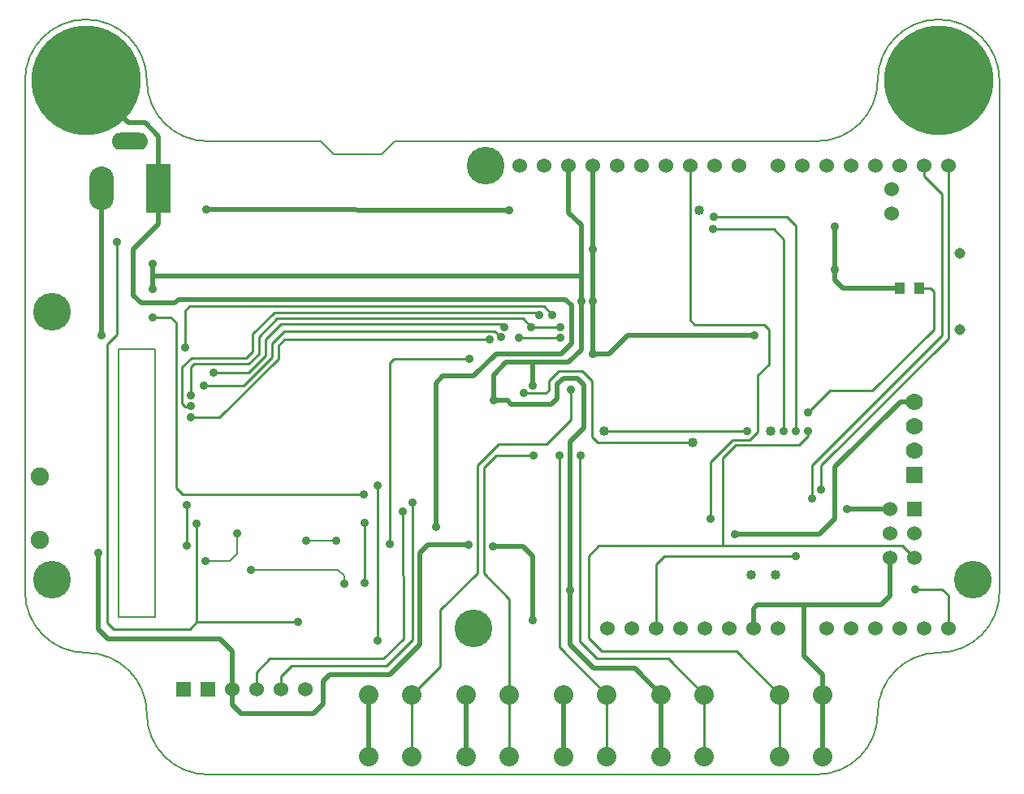
<source format=gtl>
G04 (created by PCBNEW (2013-03-15 BZR 4003)-stable) date 22-May-13 6:18:43 PM*
%MOIN*%
G04 Gerber Fmt 3.4, Leading zero omitted, Abs format*
%FSLAX34Y34*%
G01*
G70*
G90*
G04 APERTURE LIST*
%ADD10C,0.006*%
%ADD11C,0.005*%
%ADD12C,0.04*%
%ADD13R,0.06X0.06*%
%ADD14C,0.06*%
%ADD15C,0.45*%
%ADD16C,0.07*%
%ADD17R,0.07X0.07*%
%ADD18C,0.155*%
%ADD19C,0.08*%
%ADD20C,0.075*%
%ADD21O,0.1X0.18*%
%ADD22R,0.1X0.2*%
%ADD23O,0.15X0.07*%
%ADD24C,0.045*%
%ADD25R,0.04X0.05*%
%ADD26C,0.035*%
%ADD27C,0.01*%
%ADD28C,0.02*%
%ADD29C,0.008*%
G04 APERTURE END LIST*
G54D10*
G54D11*
X22125Y-19000D02*
X17500Y-19000D01*
X25175Y-19000D02*
X42500Y-19000D01*
X24625Y-19550D02*
X25175Y-19000D01*
X23625Y-19550D02*
X24625Y-19550D01*
X22675Y-19550D02*
X22125Y-19000D01*
X23675Y-19550D02*
X22675Y-19550D01*
X47500Y-40000D02*
G75*
G03X50000Y-37500I0J2500D01*
G74*
G01*
X42500Y-45000D02*
G75*
G03X45000Y-42500I0J2500D01*
G74*
G01*
X47500Y-40000D02*
G75*
G03X45000Y-42500I0J-2500D01*
G74*
G01*
X15000Y-42500D02*
G75*
G03X17500Y-45000I2500J0D01*
G74*
G01*
X10000Y-37500D02*
G75*
G03X12500Y-40000I2500J0D01*
G74*
G01*
X15000Y-42500D02*
G75*
G03X12500Y-40000I-2500J0D01*
G74*
G01*
X42500Y-19000D02*
G75*
G03X45000Y-16500I0J2500D01*
G74*
G01*
X50000Y-16500D02*
G75*
G03X47500Y-14000I-2500J0D01*
G74*
G01*
X47500Y-14000D02*
G75*
G03X45000Y-16500I0J-2500D01*
G74*
G01*
X15000Y-16500D02*
G75*
G03X17500Y-19000I2500J0D01*
G74*
G01*
X15000Y-16500D02*
G75*
G03X12500Y-14000I-2500J0D01*
G74*
G01*
X12500Y-14000D02*
G75*
G03X10000Y-16500I0J-2500D01*
G74*
G01*
X13850Y-38550D02*
X15350Y-38550D01*
X13850Y-27550D02*
X13850Y-38550D01*
X15350Y-27550D02*
X13850Y-27550D01*
X15350Y-38550D02*
X15350Y-27550D01*
X42500Y-45000D02*
X17500Y-45000D01*
X10000Y-37500D02*
X10000Y-16500D01*
X50000Y-16500D02*
X50000Y-37500D01*
G54D12*
X40610Y-30900D03*
X33775Y-30900D03*
G54D13*
X16500Y-41500D03*
X17500Y-41500D03*
G54D14*
X18500Y-41500D03*
X19500Y-41500D03*
X20500Y-41500D03*
X21500Y-41500D03*
G54D15*
X12500Y-16500D03*
G54D16*
X46500Y-29700D03*
X46500Y-30700D03*
X46500Y-31700D03*
G54D17*
X46500Y-32700D03*
G54D12*
X37400Y-31375D03*
X39800Y-36800D03*
X40800Y-36800D03*
G54D15*
X47500Y-16500D03*
G54D14*
X47900Y-39000D03*
X46900Y-39000D03*
X45900Y-39000D03*
X42900Y-39000D03*
X43900Y-39000D03*
X44900Y-39000D03*
X40900Y-39000D03*
X39900Y-39000D03*
X38900Y-39000D03*
X36900Y-39000D03*
X35900Y-39000D03*
X47900Y-20000D03*
X46900Y-20000D03*
X45900Y-20000D03*
X44900Y-20000D03*
X43900Y-20000D03*
X42900Y-20000D03*
X41900Y-20000D03*
X40900Y-20000D03*
X39300Y-20000D03*
X38300Y-20000D03*
X37300Y-20000D03*
X36300Y-20000D03*
X35300Y-20000D03*
X34300Y-20000D03*
X33300Y-20000D03*
X32300Y-20000D03*
X37900Y-39000D03*
G54D18*
X48900Y-37000D03*
X28900Y-20000D03*
X28400Y-39000D03*
G54D14*
X34900Y-39000D03*
X31300Y-20000D03*
X30300Y-20000D03*
X33900Y-39000D03*
G54D19*
X42735Y-44279D03*
X40964Y-41720D03*
X40964Y-44279D03*
X42735Y-41720D03*
X29885Y-44279D03*
X28114Y-41720D03*
X28114Y-44279D03*
X29885Y-41720D03*
X37885Y-44279D03*
X36114Y-41720D03*
X36114Y-44279D03*
X37885Y-41720D03*
X33885Y-44279D03*
X32114Y-41720D03*
X32114Y-44279D03*
X33885Y-41720D03*
G54D14*
X45500Y-36100D03*
X46500Y-36100D03*
X45500Y-35100D03*
X46500Y-35100D03*
X45500Y-34100D03*
G54D13*
X46500Y-34100D03*
G54D19*
X25885Y-44279D03*
X24114Y-41720D03*
X24114Y-44279D03*
X25885Y-41720D03*
G54D20*
X10600Y-35375D03*
X10600Y-32775D03*
G54D14*
X45575Y-20975D03*
X45575Y-21975D03*
G54D12*
X37675Y-21850D03*
G54D18*
X11100Y-26000D03*
X11100Y-37000D03*
G54D21*
X13125Y-20925D03*
G54D22*
X15487Y-20925D03*
G54D23*
X14306Y-18995D03*
G54D24*
X48363Y-23597D03*
X48363Y-26747D03*
G54D25*
X46700Y-25050D03*
X45900Y-25050D03*
G54D26*
X17740Y-28500D03*
X29675Y-26625D03*
X16800Y-30350D03*
X29075Y-27150D03*
X30825Y-29025D03*
X15250Y-25075D03*
X15250Y-24050D03*
X32375Y-37450D03*
X32825Y-25575D03*
X29225Y-29650D03*
X43750Y-34100D03*
X39650Y-30900D03*
X29875Y-21825D03*
X17425Y-21800D03*
X24475Y-33150D03*
X24475Y-39500D03*
X17350Y-29025D03*
X29525Y-27050D03*
X23925Y-34675D03*
X23925Y-37150D03*
X31925Y-31900D03*
X32400Y-29200D03*
X23900Y-33500D03*
X15225Y-26225D03*
X24975Y-35525D03*
X28225Y-27950D03*
X41650Y-36050D03*
X42150Y-30900D03*
X42310Y-33660D03*
X25520Y-34200D03*
X46525Y-37400D03*
X41650Y-30900D03*
X38275Y-22100D03*
X41150Y-30900D03*
X38250Y-22600D03*
X31975Y-27075D03*
X30275Y-27075D03*
X32800Y-31900D03*
X16560Y-27460D03*
X31650Y-26125D03*
X31100Y-26120D03*
X16800Y-29875D03*
X16800Y-29425D03*
X30780Y-26620D03*
X31975Y-26625D03*
X38150Y-34500D03*
X30475Y-29350D03*
X42690Y-33310D03*
X25900Y-33850D03*
X30875Y-31900D03*
X13000Y-35900D03*
X39150Y-35150D03*
X28200Y-35575D03*
X17050Y-34700D03*
X13775Y-23150D03*
X21200Y-38750D03*
X18700Y-35100D03*
X17400Y-36250D03*
X22775Y-35400D03*
X21550Y-35400D03*
X19275Y-36600D03*
X23100Y-37175D03*
X26875Y-34850D03*
X30825Y-38675D03*
X29200Y-35625D03*
X39925Y-26975D03*
X43225Y-24275D03*
X43225Y-22500D03*
X33300Y-23425D03*
X13125Y-26975D03*
X33300Y-25575D03*
X33300Y-27750D03*
X16625Y-35600D03*
X16625Y-33925D03*
X42150Y-30150D03*
G54D27*
X20512Y-26512D02*
X29562Y-26512D01*
X29562Y-26512D02*
X29675Y-26625D01*
X20512Y-26512D02*
X19875Y-27150D01*
X17740Y-28500D02*
X19175Y-28500D01*
X19175Y-28500D02*
X19875Y-27800D01*
X19875Y-27800D02*
X19875Y-27150D01*
X29075Y-27150D02*
X20650Y-27150D01*
X20650Y-27150D02*
X20400Y-27400D01*
X20400Y-27925D02*
X20400Y-27400D01*
X16800Y-30350D02*
X17975Y-30350D01*
X17975Y-30350D02*
X20400Y-27925D01*
G54D28*
X30825Y-28075D02*
X30825Y-29025D01*
X31370Y-28075D02*
X30825Y-28075D01*
X30825Y-28075D02*
X29735Y-28075D01*
X29225Y-28585D02*
X29225Y-29650D01*
X29735Y-28075D02*
X29225Y-28585D01*
X32825Y-24550D02*
X15250Y-24550D01*
X32825Y-25575D02*
X32825Y-24550D01*
X32825Y-24550D02*
X32825Y-22450D01*
X32300Y-21925D02*
X32300Y-20000D01*
X32825Y-22450D02*
X32300Y-21925D01*
X15250Y-25075D02*
X15250Y-24550D01*
X15250Y-24550D02*
X15250Y-24050D01*
X32675Y-28725D02*
X32095Y-28725D01*
X32940Y-30760D02*
X32375Y-31325D01*
X32375Y-31325D02*
X32375Y-37450D01*
X32940Y-28990D02*
X32675Y-28725D01*
X32940Y-30760D02*
X32940Y-28990D01*
X29225Y-29650D02*
X29800Y-29650D01*
X29950Y-29800D02*
X29800Y-29650D01*
X32095Y-28725D02*
X31850Y-28970D01*
X31850Y-28970D02*
X31850Y-29570D01*
X31850Y-29570D02*
X31620Y-29800D01*
X31620Y-29800D02*
X29950Y-29800D01*
X32825Y-27565D02*
X32825Y-25575D01*
X32315Y-28075D02*
X32825Y-27565D01*
X31370Y-28075D02*
X32315Y-28075D01*
X24114Y-41720D02*
X24114Y-44279D01*
X28114Y-44279D02*
X28114Y-41720D01*
X32114Y-41720D02*
X32114Y-44279D01*
X36114Y-41720D02*
X36114Y-44279D01*
X33350Y-40650D02*
X35043Y-40650D01*
X32375Y-39675D02*
X33350Y-40650D01*
X32375Y-37450D02*
X32375Y-39675D01*
X35043Y-40650D02*
X36114Y-41720D01*
X45500Y-34100D02*
X43750Y-34100D01*
G54D27*
X33775Y-30900D02*
X39650Y-30900D01*
G54D28*
X17425Y-21800D02*
X29875Y-21825D01*
G54D27*
X24475Y-33150D02*
X24475Y-39500D01*
X17350Y-29025D02*
X18975Y-29025D01*
X20125Y-27875D02*
X20125Y-27300D01*
X18975Y-29025D02*
X20125Y-27875D01*
X20125Y-27300D02*
X20625Y-26800D01*
X29275Y-26800D02*
X29525Y-27050D01*
X20625Y-26800D02*
X29275Y-26800D01*
X23925Y-37150D02*
X23925Y-34675D01*
X31925Y-39759D02*
X33885Y-41720D01*
X31925Y-31900D02*
X31925Y-39759D01*
X33885Y-44279D02*
X33885Y-41720D01*
X29450Y-31425D02*
X31400Y-31425D01*
X32400Y-30425D02*
X32400Y-29200D01*
X31400Y-31425D02*
X32400Y-30425D01*
X28575Y-36725D02*
X28575Y-32300D01*
X29450Y-31425D02*
X28575Y-32300D01*
X27050Y-40556D02*
X25885Y-41720D01*
X27050Y-38250D02*
X27050Y-40556D01*
X28575Y-36725D02*
X27050Y-38250D01*
X25885Y-44279D02*
X25885Y-41720D01*
X15225Y-26225D02*
X15975Y-26225D01*
X16200Y-26450D02*
X16200Y-33225D01*
X15975Y-26225D02*
X16200Y-26450D01*
X23900Y-33500D02*
X16475Y-33500D01*
X16475Y-33500D02*
X16200Y-33225D01*
X24975Y-35525D02*
X24975Y-28100D01*
X25125Y-27950D02*
X28225Y-27950D01*
X24975Y-28100D02*
X25125Y-27950D01*
X36225Y-36050D02*
X35900Y-36375D01*
X35900Y-39000D02*
X35900Y-36375D01*
X41650Y-36050D02*
X36225Y-36050D01*
X42150Y-30900D02*
X42150Y-31100D01*
X41770Y-31480D02*
X39160Y-31480D01*
X42150Y-31100D02*
X41770Y-31480D01*
X38650Y-31990D02*
X39160Y-31480D01*
X38650Y-35600D02*
X38650Y-31990D01*
X46000Y-35600D02*
X38650Y-35600D01*
X38650Y-35600D02*
X33550Y-35600D01*
X33550Y-35600D02*
X33125Y-36025D01*
X33675Y-39950D02*
X39193Y-39950D01*
X39193Y-39950D02*
X40964Y-41720D01*
X46000Y-35600D02*
X46500Y-36100D01*
X33125Y-39400D02*
X33675Y-39950D01*
X40964Y-44279D02*
X40964Y-41720D01*
X33125Y-36025D02*
X33125Y-39400D01*
X42310Y-32310D02*
X42310Y-33660D01*
X46900Y-20430D02*
X47640Y-21170D01*
X47640Y-21170D02*
X47640Y-26980D01*
X47640Y-26980D02*
X42310Y-32310D01*
X46900Y-20000D02*
X46900Y-20430D01*
X24700Y-40250D02*
X20050Y-40250D01*
X24700Y-40250D02*
X25525Y-39425D01*
X25520Y-34200D02*
X25525Y-39425D01*
X20050Y-40250D02*
X19500Y-40800D01*
X19500Y-40800D02*
X19500Y-41500D01*
X47900Y-37650D02*
X47650Y-37400D01*
X47650Y-37400D02*
X46525Y-37400D01*
X47900Y-39000D02*
X47900Y-37650D01*
X41650Y-30900D02*
X41650Y-22480D01*
X41270Y-22100D02*
X38275Y-22100D01*
X41650Y-22480D02*
X41270Y-22100D01*
X41150Y-30900D02*
X41150Y-23020D01*
X40730Y-22600D02*
X38250Y-22600D01*
X41150Y-23020D02*
X40730Y-22600D01*
X31975Y-27075D02*
X30275Y-27075D01*
X36415Y-40250D02*
X37885Y-41720D01*
X33475Y-40250D02*
X36415Y-40250D01*
X32775Y-39550D02*
X33475Y-40250D01*
X32775Y-31925D02*
X32775Y-39550D01*
X32800Y-31900D02*
X32775Y-31925D01*
X37885Y-41720D02*
X37885Y-44279D01*
X16560Y-25965D02*
X16560Y-27460D01*
X16750Y-25775D02*
X16560Y-25965D01*
X16750Y-25775D02*
X31300Y-25775D01*
X31300Y-25775D02*
X31650Y-26125D01*
X20225Y-26025D02*
X31005Y-26025D01*
X31005Y-26025D02*
X31100Y-26120D01*
X16450Y-29775D02*
X16450Y-28275D01*
X16837Y-27887D02*
X19087Y-27887D01*
X16450Y-28275D02*
X16837Y-27887D01*
X19350Y-26900D02*
X19350Y-27625D01*
X19350Y-27625D02*
X19087Y-27887D01*
X19350Y-26900D02*
X20225Y-26025D01*
X16575Y-29900D02*
X16450Y-29775D01*
X16775Y-29900D02*
X16575Y-29900D01*
X16800Y-29875D02*
X16775Y-29900D01*
X20350Y-26275D02*
X30435Y-26275D01*
X30435Y-26275D02*
X30780Y-26620D01*
X16800Y-28275D02*
X16940Y-28135D01*
X16940Y-28135D02*
X19190Y-28135D01*
X19190Y-28135D02*
X19600Y-27725D01*
X19600Y-27725D02*
X19600Y-27025D01*
X16800Y-29425D02*
X16800Y-28275D01*
X30785Y-26625D02*
X30780Y-26620D01*
X31975Y-26625D02*
X30785Y-26625D01*
X19600Y-27025D02*
X20350Y-26275D01*
X40530Y-26720D02*
X40530Y-28170D01*
X40090Y-28610D02*
X40090Y-30935D01*
X40530Y-28170D02*
X40090Y-28610D01*
X38150Y-32160D02*
X39035Y-31275D01*
X39035Y-31275D02*
X39750Y-31275D01*
X39750Y-31275D02*
X40090Y-30935D01*
X38150Y-34500D02*
X38150Y-32160D01*
X37475Y-26525D02*
X40335Y-26525D01*
X40335Y-26525D02*
X40530Y-26720D01*
X37300Y-26350D02*
X37300Y-20000D01*
X37475Y-26525D02*
X37300Y-26350D01*
X33280Y-31140D02*
X33280Y-28840D01*
X33280Y-28840D02*
X32890Y-28450D01*
X31900Y-28450D02*
X32890Y-28450D01*
X30475Y-29350D02*
X31375Y-29350D01*
X31375Y-29350D02*
X31500Y-29225D01*
X31500Y-28850D02*
X31900Y-28450D01*
X31500Y-29225D02*
X31500Y-28850D01*
X33280Y-31140D02*
X33515Y-31375D01*
X37400Y-31375D02*
X33515Y-31375D01*
X42690Y-33310D02*
X42690Y-32310D01*
X47900Y-27100D02*
X47900Y-20000D01*
X42690Y-32310D02*
X47900Y-27100D01*
X25900Y-33850D02*
X25900Y-39475D01*
X25900Y-39475D02*
X24825Y-40550D01*
X20925Y-40550D02*
X20500Y-40975D01*
X20500Y-40975D02*
X20500Y-41500D01*
X24825Y-40550D02*
X20925Y-40550D01*
X29885Y-41720D02*
X29885Y-37785D01*
X29885Y-37785D02*
X28825Y-36725D01*
X29885Y-44279D02*
X29885Y-41720D01*
X28825Y-36725D02*
X28825Y-32400D01*
X29325Y-31900D02*
X30875Y-31900D01*
X28825Y-32400D02*
X29325Y-31900D01*
G54D28*
X43250Y-34500D02*
X43250Y-32375D01*
X43250Y-32375D02*
X45925Y-29700D01*
X39150Y-35150D02*
X42600Y-35150D01*
X42600Y-35150D02*
X43250Y-34500D01*
X13400Y-39450D02*
X18000Y-39450D01*
X13000Y-39050D02*
X13400Y-39450D01*
X13000Y-35900D02*
X13000Y-39050D01*
X26200Y-35900D02*
X26200Y-39675D01*
X26525Y-35575D02*
X26200Y-35900D01*
X28200Y-35575D02*
X26525Y-35575D01*
X45925Y-29700D02*
X46500Y-29700D01*
X21825Y-42500D02*
X18875Y-42500D01*
X22225Y-42100D02*
X21825Y-42500D01*
X22225Y-41175D02*
X22225Y-42100D01*
X22500Y-40900D02*
X22225Y-41175D01*
X18500Y-41500D02*
X18500Y-42125D01*
X24975Y-40900D02*
X22500Y-40900D01*
X26200Y-39675D02*
X24975Y-40900D01*
X18875Y-42500D02*
X18500Y-42125D01*
X18000Y-39450D02*
X18500Y-39950D01*
X18500Y-39950D02*
X18500Y-41500D01*
G54D27*
X13375Y-38775D02*
X13625Y-39025D01*
X13775Y-23150D02*
X13775Y-26925D01*
X13375Y-27325D02*
X13375Y-38775D01*
X13775Y-26925D02*
X13375Y-27325D01*
X16775Y-39025D02*
X13625Y-39025D01*
X16775Y-39025D02*
X17050Y-38750D01*
X17050Y-34700D02*
X17050Y-38750D01*
X21200Y-38750D02*
X17050Y-38750D01*
G54D29*
X17400Y-36250D02*
X18400Y-36250D01*
X18400Y-36250D02*
X18700Y-35950D01*
X18700Y-35950D02*
X18700Y-35100D01*
X21550Y-35400D02*
X22775Y-35400D01*
X22850Y-36600D02*
X19275Y-36600D01*
X23100Y-37175D02*
X23100Y-36850D01*
X23100Y-36850D02*
X22850Y-36600D01*
G54D28*
X14450Y-25325D02*
X14450Y-23425D01*
X15487Y-22387D02*
X15487Y-20925D01*
X14450Y-23425D02*
X15487Y-22387D01*
X32175Y-25500D02*
X16300Y-25500D01*
X32175Y-25500D02*
X32425Y-25750D01*
X32425Y-27300D02*
X32425Y-25750D01*
X32000Y-27725D02*
X32425Y-27300D01*
X29335Y-27725D02*
X32000Y-27725D01*
X28410Y-28650D02*
X29335Y-27725D01*
X26875Y-28925D02*
X27150Y-28650D01*
X27150Y-28650D02*
X28410Y-28650D01*
X26875Y-34850D02*
X26875Y-28925D01*
X16300Y-25500D02*
X16150Y-25650D01*
X16150Y-25650D02*
X14775Y-25650D01*
X14775Y-25650D02*
X14450Y-25325D01*
X15487Y-20925D02*
X15487Y-18812D01*
X15487Y-18812D02*
X14925Y-18250D01*
X14250Y-18250D02*
X12500Y-16500D01*
X14925Y-18250D02*
X14250Y-18250D01*
X30825Y-38675D02*
X30825Y-36025D01*
X30825Y-36025D02*
X30425Y-35625D01*
X30425Y-35625D02*
X29200Y-35625D01*
X45900Y-25050D02*
X43575Y-25050D01*
X43225Y-24700D02*
X43225Y-24275D01*
X43575Y-25050D02*
X43225Y-24700D01*
X33300Y-27750D02*
X33975Y-27750D01*
X34750Y-26975D02*
X33975Y-27750D01*
X39925Y-26975D02*
X34750Y-26975D01*
X43225Y-24275D02*
X43225Y-22500D01*
X13125Y-20925D02*
X13125Y-26975D01*
X41975Y-38050D02*
X45125Y-38050D01*
X45500Y-37675D02*
X45500Y-36100D01*
X45125Y-38050D02*
X45500Y-37675D01*
X42735Y-41720D02*
X42735Y-40910D01*
X39900Y-38200D02*
X39900Y-39000D01*
X40050Y-38050D02*
X39900Y-38200D01*
X41975Y-38050D02*
X40050Y-38050D01*
X41975Y-40150D02*
X41975Y-38050D01*
X42735Y-40910D02*
X41975Y-40150D01*
X42735Y-41720D02*
X42735Y-44279D01*
X33300Y-27750D02*
X33300Y-25575D01*
X33300Y-25575D02*
X33300Y-23425D01*
X33300Y-23425D02*
X33300Y-20000D01*
G54D27*
X16625Y-33925D02*
X16625Y-35600D01*
X47175Y-25050D02*
X46700Y-25050D01*
X47300Y-25175D02*
X47175Y-25050D01*
X47300Y-26725D02*
X47300Y-25175D01*
X44775Y-29250D02*
X47300Y-26725D01*
X43050Y-29250D02*
X44775Y-29250D01*
X42150Y-30150D02*
X43050Y-29250D01*
M02*

</source>
